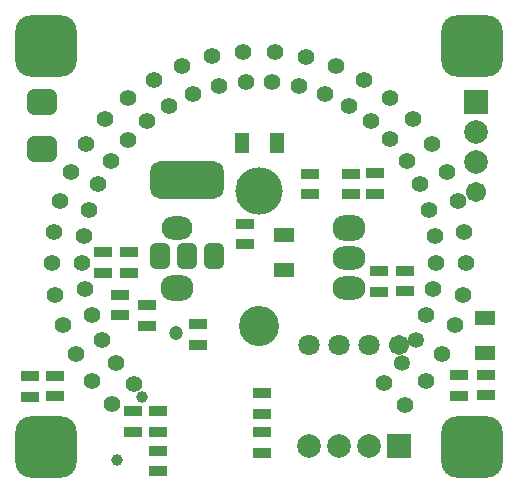
<source format=gbs>
G04*
G04 #@! TF.GenerationSoftware,Altium Limited,Altium Designer,21.8.1 (53)*
G04*
G04 Layer_Color=16711935*
%FSLAX44Y44*%
%MOMM*%
G71*
G04*
G04 #@! TF.SameCoordinates,1EBAD2C5-6FE2-4B2B-94EE-1844CA0BE318*
G04*
G04*
G04 #@! TF.FilePolarity,Negative*
G04*
G01*
G75*
%ADD12R,1.5032X0.9032*%
%ADD18C,1.4032*%
%ADD19C,1.3532*%
%ADD20C,4.0032*%
%ADD21C,3.4032*%
%ADD22O,2.8032X2.0032*%
%ADD23O,2.8032X2.2032*%
%ADD24O,2.6032X2.0032*%
G04:AMPARAMS|DCode=25|XSize=5.2032mm|YSize=5.2032mm|CornerRadius=1.3516mm|HoleSize=0mm|Usage=FLASHONLY|Rotation=0.000|XOffset=0mm|YOffset=0mm|HoleType=Round|Shape=RoundedRectangle|*
%AMROUNDEDRECTD25*
21,1,5.2032,2.5000,0,0,0.0*
21,1,2.5000,5.2032,0,0,0.0*
1,1,2.7032,1.2500,-1.2500*
1,1,2.7032,-1.2500,-1.2500*
1,1,2.7032,-1.2500,1.2500*
1,1,2.7032,1.2500,1.2500*
%
%ADD25ROUNDEDRECTD25*%
%ADD26C,2.0032*%
%ADD27R,2.0032X2.0032*%
%ADD28C,1.8032*%
%ADD29C,1.7032*%
%ADD30R,2.0032X2.0032*%
%ADD31C,1.2032*%
%ADD32C,1.0032*%
G04:AMPARAMS|DCode=65|XSize=2.2032mm|YSize=2.6032mm|CornerRadius=0.6016mm|HoleSize=0mm|Usage=FLASHONLY|Rotation=270.000|XOffset=0mm|YOffset=0mm|HoleType=Round|Shape=RoundedRectangle|*
%AMROUNDEDRECTD65*
21,1,2.2032,1.4000,0,0,270.0*
21,1,1.0000,2.6032,0,0,270.0*
1,1,1.2032,-0.7000,-0.5000*
1,1,1.2032,-0.7000,0.5000*
1,1,1.2032,0.7000,0.5000*
1,1,1.2032,0.7000,-0.5000*
%
%ADD65ROUNDEDRECTD65*%
G04:AMPARAMS|DCode=66|XSize=6.2032mm|YSize=3.2032mm|CornerRadius=0.8516mm|HoleSize=0mm|Usage=FLASHONLY|Rotation=180.000|XOffset=0mm|YOffset=0mm|HoleType=Round|Shape=RoundedRectangle|*
%AMROUNDEDRECTD66*
21,1,6.2032,1.5000,0,0,180.0*
21,1,4.5000,3.2032,0,0,180.0*
1,1,1.7032,-2.2500,0.7500*
1,1,1.7032,2.2500,0.7500*
1,1,1.7032,2.2500,-0.7500*
1,1,1.7032,-2.2500,-0.7500*
%
%ADD66ROUNDEDRECTD66*%
G04:AMPARAMS|DCode=67|XSize=1.7032mm|YSize=2.2032mm|CornerRadius=0.4766mm|HoleSize=0mm|Usage=FLASHONLY|Rotation=180.000|XOffset=0mm|YOffset=0mm|HoleType=Round|Shape=RoundedRectangle|*
%AMROUNDEDRECTD67*
21,1,1.7032,1.2500,0,0,180.0*
21,1,0.7500,2.2032,0,0,180.0*
1,1,0.9532,-0.3750,0.6250*
1,1,0.9532,0.3750,0.6250*
1,1,0.9532,0.3750,-0.6250*
1,1,0.9532,-0.3750,-0.6250*
%
%ADD67ROUNDEDRECTD67*%
%ADD68R,1.2032X1.8032*%
%ADD69R,1.8032X1.2032*%
D12*
X2794Y-147360D02*
D03*
Y-164860D02*
D03*
X-11684Y11710D02*
D03*
Y29210D02*
D03*
X123190Y-28208D02*
D03*
X123190Y-10708D02*
D03*
X101854Y-10908D02*
D03*
X101854Y-28408D02*
D03*
X-106934Y-129326D02*
D03*
X-106934Y-146826D02*
D03*
X-172466Y-99608D02*
D03*
X-172466Y-117108D02*
D03*
X-193802Y-99862D02*
D03*
Y-117362D02*
D03*
X-85598Y-146826D02*
D03*
Y-129326D02*
D03*
X-132457Y5220D02*
D03*
X-132457Y-12280D02*
D03*
X-117348Y-30774D02*
D03*
X-117348Y-48274D02*
D03*
X-109982Y5294D02*
D03*
X-109982Y-12206D02*
D03*
X-94742Y-39678D02*
D03*
Y-57178D02*
D03*
X77470Y54088D02*
D03*
X77470Y71588D02*
D03*
X98298Y54342D02*
D03*
X98298Y71842D02*
D03*
X169164Y-116346D02*
D03*
X169164Y-98846D02*
D03*
X2794Y-131840D02*
D03*
Y-114340D02*
D03*
X-51816Y-55666D02*
D03*
X-51816Y-73166D02*
D03*
X-85598Y-163054D02*
D03*
Y-180554D02*
D03*
X42926Y71586D02*
D03*
X42926Y54086D02*
D03*
X192338Y-116036D02*
D03*
Y-98536D02*
D03*
D18*
X144018Y41215D02*
D03*
X168438Y48204D02*
D03*
X148599Y18930D02*
D03*
X173795Y22140D02*
D03*
X149752Y-3791D02*
D03*
X175144Y-4433D02*
D03*
X147451Y-26424D02*
D03*
X172453Y-30905D02*
D03*
X141749Y-48449D02*
D03*
X165784Y-56663D02*
D03*
X155291Y-81115D02*
D03*
X141217Y-103696D02*
D03*
X105925Y-105925D02*
D03*
X123885Y-123885D02*
D03*
X11362Y149368D02*
D03*
X13289Y174695D02*
D03*
X33851Y145925D02*
D03*
X39590Y170668D02*
D03*
X55558Y139116D02*
D03*
X64978Y162705D02*
D03*
X75984Y129099D02*
D03*
X88868Y150988D02*
D03*
X94658Y116103D02*
D03*
X110708Y135789D02*
D03*
X111296Y100564D02*
D03*
X130143Y117593D02*
D03*
X125075Y82440D02*
D03*
X146282Y96419D02*
D03*
X136116Y62549D02*
D03*
X159196Y73155D02*
D03*
X-175143Y-4464D02*
D03*
X-149751Y-3817D02*
D03*
X-165774Y-56693D02*
D03*
X-141741Y-48473D02*
D03*
X-155277Y-81142D02*
D03*
X-132765Y-69378D02*
D03*
X-141199Y-103721D02*
D03*
X-120728Y-88684D02*
D03*
X-124208Y-123550D02*
D03*
X-105602Y-106260D02*
D03*
X-172447Y-30935D02*
D03*
X-147446Y-26450D02*
D03*
X-168447Y48174D02*
D03*
X-144026Y41190D02*
D03*
X-173799Y22110D02*
D03*
X-148602Y18905D02*
D03*
X-13334Y174892D02*
D03*
X-11403Y149566D02*
D03*
X-39665Y170856D02*
D03*
X-33921Y146114D02*
D03*
X-65081Y162879D02*
D03*
X-55656Y139292D02*
D03*
X-88996Y151145D02*
D03*
X-76108Y129258D02*
D03*
X-110731Y135770D02*
D03*
X-94678Y116087D02*
D03*
X-130015Y117436D02*
D03*
X-111165Y100410D02*
D03*
X-146299Y96393D02*
D03*
X-125089Y82418D02*
D03*
X-159209Y73127D02*
D03*
X-136127Y62525D02*
D03*
D19*
X132778Y-69355D02*
D03*
X120744Y-88663D02*
D03*
D20*
X0Y57150D02*
D03*
D21*
X0Y-57150D02*
D03*
D22*
X76200Y-25400D02*
D03*
X76200Y0D02*
D03*
D23*
X76200Y25400D02*
D03*
X-69850Y-25400D02*
D03*
D24*
X-69850Y25400D02*
D03*
D25*
X-180000Y180000D02*
D03*
X180000D02*
D03*
Y-160000D02*
D03*
X-180000D02*
D03*
D26*
X41910Y-158750D02*
D03*
X67310D02*
D03*
X92710Y-158750D02*
D03*
X183496Y107188D02*
D03*
X183496Y81788D02*
D03*
D27*
X118110Y-158750D02*
D03*
D28*
X41910Y-73660D02*
D03*
X67310Y-73660D02*
D03*
X92710Y-73660D02*
D03*
D29*
X118110Y-73660D02*
D03*
X183496Y56388D02*
D03*
D30*
X183496Y132588D02*
D03*
D31*
X-70358Y-63754D02*
D03*
D32*
X-120650Y-170580D02*
D03*
X-99060Y-117602D02*
D03*
D65*
X-184150Y131826D02*
D03*
Y92456D02*
D03*
D66*
X-60706Y66590D02*
D03*
D67*
X-60706Y1590D02*
D03*
X-37806Y1590D02*
D03*
X-83606Y1590D02*
D03*
D68*
X15254Y97790D02*
D03*
X-14746D02*
D03*
D69*
X21336Y-10428D02*
D03*
X21336Y19572D02*
D03*
X191000Y-50539D02*
D03*
Y-80540D02*
D03*
M02*

</source>
